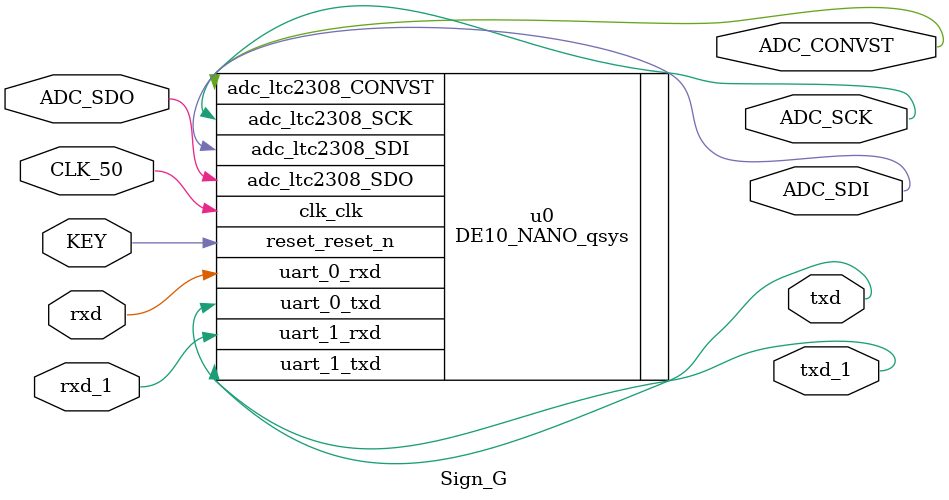
<source format=v>
module Sign_G(

	//  ADC  //
	output		ADC_CONVST,
	output		ADC_SCK,
	output		ADC_SDI,
	input 		ADC_SDO,
	// CLOCK //
	input 		CLK_50,
	// UART0 //
	input			rxd,
	output		txd,
	// UART1 //
	input			rxd_1,
	output		txd_1,
	//  KEY  //
	input 		KEY

);

DE10_NANO_qsys u0 (
        .adc_ltc2308_CONVST     (ADC_CONVST),     //     adc_ltc2308.CONVST
        .adc_ltc2308_SCK        (ADC_SCK),        //                .SCK
        .adc_ltc2308_SDI        (ADC_SDI),        //                .SDI
        .adc_ltc2308_SDO        (ADC_SDO),        //                .SDO
        .clk_clk                (CLK_50),         //             clk.clk
        .reset_reset_n          (KEY),            //           reset.reset_n
        .uart_0_rxd             (rxd),            //          uart_0.rxd
        .uart_0_txd             (txd),            //                .txd
        .uart_1_rxd             (rxd_1),          //          uart_1.rxd
        .uart_1_txd             (txd_1)           //                .txd
    ); 
	 
endmodule
</source>
